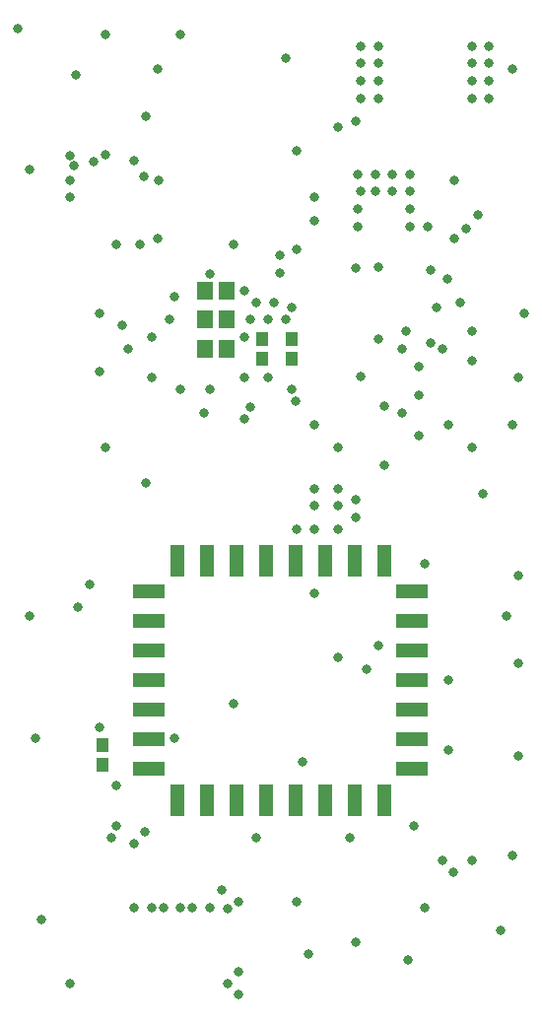
<source format=gbs>
G75*
%MOIN*%
%OFA0B0*%
%FSLAX25Y25*%
%IPPOS*%
%LPD*%
%AMOC8*
5,1,8,0,0,1.08239X$1,22.5*
%
%ADD10R,0.05000X0.10500*%
%ADD11R,0.10500X0.05000*%
%ADD12R,0.04437X0.04831*%
%ADD13R,0.05618X0.06406*%
%ADD14C,0.03278*%
D10*
X0080480Y0114102D03*
X0090480Y0114102D03*
X0100480Y0114102D03*
X0110480Y0114102D03*
X0120480Y0114102D03*
X0130480Y0114102D03*
X0140480Y0114102D03*
X0150480Y0114102D03*
X0150480Y0195102D03*
X0140480Y0195102D03*
X0130480Y0195102D03*
X0120480Y0195102D03*
X0110480Y0195102D03*
X0100480Y0195102D03*
X0090480Y0195102D03*
X0080480Y0195102D03*
D11*
X0070980Y0184602D03*
X0070980Y0174602D03*
X0070980Y0164602D03*
X0070980Y0154602D03*
X0070980Y0144602D03*
X0070980Y0134602D03*
X0070980Y0124602D03*
X0159980Y0124602D03*
X0159980Y0134602D03*
X0159980Y0144602D03*
X0159980Y0154602D03*
X0159980Y0164602D03*
X0159980Y0174602D03*
X0159980Y0184602D03*
D12*
X0119142Y0263433D03*
X0119142Y0270126D03*
X0109299Y0270126D03*
X0109299Y0263433D03*
X0055323Y0132882D03*
X0055323Y0126189D03*
D13*
X0089811Y0266780D03*
X0097291Y0266780D03*
X0097291Y0276622D03*
X0089811Y0276622D03*
X0089811Y0286465D03*
X0097291Y0286465D03*
D14*
X0044339Y0052213D03*
X0034496Y0073866D03*
X0058118Y0101425D03*
X0060087Y0105362D03*
X0065992Y0099457D03*
X0069509Y0103394D03*
X0060087Y0119142D03*
X0054181Y0138827D03*
X0032528Y0134890D03*
X0030559Y0176228D03*
X0046970Y0179503D03*
X0051115Y0187168D03*
X0069929Y0221504D03*
X0056150Y0233315D03*
X0071898Y0256937D03*
X0081740Y0253000D03*
X0091583Y0253000D03*
X0089614Y0245126D03*
X0103394Y0243157D03*
X0105362Y0247094D03*
X0103394Y0256937D03*
X0111268Y0256937D03*
X0119142Y0253000D03*
X0120590Y0249063D03*
X0126995Y0241189D03*
X0134890Y0233513D03*
X0134890Y0219535D03*
X0140795Y0215598D03*
X0134890Y0213630D03*
X0140795Y0209693D03*
X0134890Y0205756D03*
X0127016Y0205756D03*
X0121110Y0205756D03*
X0127016Y0213630D03*
X0127016Y0219535D03*
X0150638Y0227409D03*
X0162449Y0237252D03*
X0156543Y0245126D03*
X0150638Y0247509D03*
X0142764Y0257528D03*
X0148669Y0270204D03*
X0156543Y0266780D03*
X0158091Y0272685D03*
X0166386Y0268748D03*
X0170323Y0266780D03*
X0162449Y0260874D03*
X0162449Y0251031D03*
X0172291Y0241189D03*
X0180165Y0233315D03*
X0193945Y0241189D03*
X0195913Y0256937D03*
X0180165Y0262843D03*
X0180165Y0272685D03*
X0176228Y0282528D03*
X0168354Y0280559D03*
X0171877Y0290402D03*
X0166386Y0293222D03*
X0174260Y0304181D03*
X0178197Y0307331D03*
X0182134Y0312055D03*
X0174260Y0323866D03*
X0159299Y0325835D03*
X0159299Y0319929D03*
X0153394Y0319929D03*
X0153394Y0325835D03*
X0147488Y0325835D03*
X0147488Y0319929D03*
X0142764Y0319929D03*
X0141583Y0325835D03*
X0141583Y0314024D03*
X0141583Y0308118D03*
X0127016Y0310087D03*
X0127016Y0317961D03*
X0121110Y0333709D03*
X0134890Y0341583D03*
X0140795Y0343551D03*
X0142764Y0351425D03*
X0148669Y0351425D03*
X0148669Y0357331D03*
X0142764Y0357331D03*
X0142764Y0363236D03*
X0148669Y0363236D03*
X0148669Y0369142D03*
X0142764Y0369142D03*
X0117173Y0365205D03*
X0081740Y0373079D03*
X0073866Y0361268D03*
X0069929Y0345520D03*
X0065992Y0330292D03*
X0069153Y0325059D03*
X0074387Y0323763D03*
X0073866Y0304181D03*
X0067961Y0302213D03*
X0060087Y0302213D03*
X0044339Y0317961D03*
X0044339Y0323866D03*
X0045531Y0328579D03*
X0044339Y0331957D03*
X0052213Y0330192D03*
X0056150Y0332261D03*
X0030559Y0327409D03*
X0046307Y0359299D03*
X0056150Y0373079D03*
X0026622Y0375047D03*
X0099457Y0302213D03*
X0091583Y0291976D03*
X0103394Y0286465D03*
X0107331Y0282528D03*
X0113236Y0282528D03*
X0111268Y0276622D03*
X0117173Y0276622D03*
X0119142Y0280559D03*
X0115205Y0292370D03*
X0115205Y0298276D03*
X0121110Y0300244D03*
X0140795Y0293965D03*
X0148669Y0294339D03*
X0159299Y0308118D03*
X0159299Y0314024D03*
X0165205Y0308118D03*
X0197882Y0278591D03*
X0184102Y0217567D03*
X0164417Y0193945D03*
X0148669Y0166386D03*
X0144732Y0158512D03*
X0134890Y0162449D03*
X0127016Y0184102D03*
X0099457Y0146701D03*
X0079772Y0134890D03*
X0107331Y0101425D03*
X0095520Y0083709D03*
X0101425Y0079772D03*
X0097488Y0077389D03*
X0091583Y0077803D03*
X0085677Y0077803D03*
X0081740Y0077803D03*
X0075835Y0077803D03*
X0071898Y0077803D03*
X0065992Y0077803D03*
X0097488Y0052213D03*
X0101425Y0056150D03*
X0101425Y0048276D03*
X0125047Y0062055D03*
X0140795Y0065992D03*
X0158512Y0060087D03*
X0164417Y0077803D03*
X0173846Y0089614D03*
X0170323Y0093551D03*
X0180165Y0093551D03*
X0193945Y0095520D03*
X0190008Y0069929D03*
X0160480Y0105362D03*
X0138827Y0101425D03*
X0121110Y0079772D03*
X0123079Y0127016D03*
X0172291Y0130953D03*
X0172291Y0154575D03*
X0195913Y0160480D03*
X0191976Y0176228D03*
X0195913Y0190008D03*
X0195913Y0128984D03*
X0064024Y0266780D03*
X0062055Y0274654D03*
X0054181Y0278591D03*
X0071898Y0270717D03*
X0077803Y0276622D03*
X0079772Y0284496D03*
X0105362Y0276622D03*
X0103394Y0270717D03*
X0054181Y0258906D03*
X0180165Y0351425D03*
X0180165Y0357331D03*
X0186071Y0357331D03*
X0186071Y0351425D03*
X0193945Y0361268D03*
X0186071Y0363236D03*
X0180165Y0363236D03*
X0180165Y0369142D03*
X0186071Y0369142D03*
M02*

</source>
